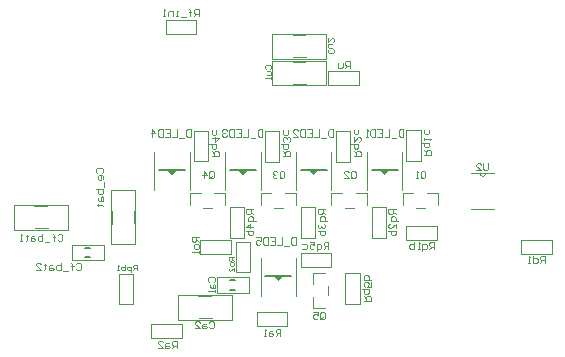
<source format=gbr>
%TF.GenerationSoftware,Altium Limited,Altium Designer,20.2.4 (192)*%
G04 Layer_Color=32896*
%FSLAX26Y26*%
%MOIN*%
%TF.SameCoordinates,588C5E66-93D0-4E9F-B3F3-82FDCAC5A583*%
%TF.FilePolarity,Positive*%
%TF.FileFunction,Legend,Bot*%
%TF.Part,Single*%
G01*
G75*
%TA.AperFunction,NonConductor*%
%ADD60C,0.003937*%
%ADD61C,0.002500*%
%ADD62C,0.003000*%
%ADD63C,0.005906*%
%ADD64C,0.005000*%
%ADD65C,0.004000*%
%ADD66C,0.003150*%
G36*
X616142Y641732D02*
X600394Y625984D01*
X584646Y641732D01*
X616142D01*
D02*
G37*
G36*
X852362D02*
X836614Y625984D01*
X820866Y641732D01*
X852362D01*
D02*
G37*
G36*
X970472Y287402D02*
X954724Y271654D01*
X938976Y287402D01*
X970472D01*
D02*
G37*
G36*
X1088583Y641732D02*
X1072835Y625984D01*
X1057087Y641732D01*
X1088583D01*
D02*
G37*
G36*
X1324803D02*
X1309055Y625984D01*
X1293307Y641732D01*
X1324803D01*
D02*
G37*
D60*
X1626526Y629921D02*
G03*
X1646309Y629921I9892J0D01*
G01*
X1598032Y509842D02*
X1674803D01*
X1598032Y629921D02*
X1674803D01*
X1138449Y1042983D02*
X1141729Y1039704D01*
Y1033144D01*
X1138449Y1029864D01*
X1125330D01*
X1122051Y1033144D01*
Y1039704D01*
X1125330Y1042983D01*
X1135170Y1049543D02*
X1125330D01*
X1122051Y1052823D01*
Y1062662D01*
X1135170D01*
X1122051Y1082341D02*
Y1069222D01*
X1135170Y1082341D01*
X1138449D01*
X1141729Y1079061D01*
Y1072501D01*
X1138449Y1069222D01*
X912732Y977359D02*
X909452Y980639D01*
Y987198D01*
X912732Y990478D01*
X925851D01*
X929130Y987198D01*
Y980639D01*
X925851Y977359D01*
X916011Y970799D02*
X925851D01*
X929130Y967519D01*
Y957680D01*
X916011D01*
X929130Y951121D02*
Y944561D01*
Y947841D01*
X909452D01*
X912732Y951121D01*
X482601Y306433D02*
Y326111D01*
X472761D01*
X469482Y322832D01*
Y316272D01*
X472761Y312992D01*
X482601D01*
X476041D02*
X469482Y306433D01*
X462922Y299873D02*
Y319552D01*
X453083D01*
X449803Y316272D01*
Y309712D01*
X453083Y306433D01*
X462922D01*
X443243Y326111D02*
Y306433D01*
X433404D01*
X430124Y309712D01*
Y312992D01*
Y316272D01*
X433404Y319552D01*
X443243D01*
X423565Y306433D02*
X417005D01*
X420285D01*
Y326111D01*
X423565Y322832D01*
X219470Y425194D02*
X223406Y429129D01*
X231278D01*
X235213Y425194D01*
Y409451D01*
X231278Y405515D01*
X223406D01*
X219470Y409451D01*
X207663Y405515D02*
Y425194D01*
Y417322D01*
X211599D01*
X203727D01*
X207663D01*
Y425194D01*
X203727Y429129D01*
X191920Y401579D02*
X176177D01*
X168306Y429129D02*
Y405515D01*
X156499D01*
X152563Y409451D01*
Y413387D01*
Y417322D01*
X156499Y421258D01*
X168306D01*
X140756D02*
X132884D01*
X128948Y417322D01*
Y405515D01*
X140756D01*
X144691Y409451D01*
X140756Y413387D01*
X128948D01*
X117141Y425194D02*
Y421258D01*
X121077D01*
X113206D01*
X117141D01*
Y409451D01*
X113206Y405515D01*
X101398D02*
X93527D01*
X97463D01*
Y429129D01*
X101398Y425194D01*
X1110236Y509842D02*
X1086622D01*
Y498035D01*
X1090558Y494100D01*
X1098429D01*
X1102365Y498035D01*
Y509842D01*
Y501971D02*
X1110236Y494100D01*
X1118108Y470485D02*
X1094493D01*
Y482292D01*
X1098429Y486228D01*
X1106301D01*
X1110236Y482292D01*
Y470485D01*
X1090558Y462614D02*
X1086622Y458678D01*
Y450807D01*
X1090558Y446871D01*
X1094493D01*
X1098429Y450807D01*
Y454742D01*
Y450807D01*
X1102365Y446871D01*
X1106301D01*
X1110236Y450807D01*
Y458678D01*
X1106301Y462614D01*
X1086622Y438999D02*
X1110236D01*
Y427192D01*
X1106301Y423256D01*
X1102365D01*
X1098429D01*
X1094493Y427192D01*
Y438999D01*
X688957Y1154531D02*
Y1178145D01*
X677150D01*
X673214Y1174209D01*
Y1166338D01*
X677150Y1162402D01*
X688957D01*
X681086D02*
X673214Y1154531D01*
X661407D02*
Y1174209D01*
Y1166338D01*
X665343D01*
X657471D01*
X661407D01*
Y1174209D01*
X657471Y1178145D01*
X645664Y1150595D02*
X629921D01*
X622050Y1154531D02*
X614178D01*
X618114D01*
Y1170274D01*
X622050D01*
X602371Y1154531D02*
Y1170274D01*
X590564D01*
X586628Y1166338D01*
Y1154531D01*
X578757D02*
X570885D01*
X574821D01*
Y1178145D01*
X578757Y1174209D01*
X961605Y88890D02*
Y112504D01*
X949798D01*
X945862Y108568D01*
Y100697D01*
X949798Y96761D01*
X961605D01*
X953734D02*
X945862Y88890D01*
X934055Y104633D02*
X926184D01*
X922248Y100697D01*
Y88890D01*
X934055D01*
X937991Y92825D01*
X934055Y96761D01*
X922248D01*
X914376Y88890D02*
X906505D01*
X910441D01*
Y112504D01*
X914376Y108568D01*
X1095471Y148625D02*
Y164368D01*
X1099407Y168303D01*
X1107278D01*
X1111214Y164368D01*
Y148625D01*
X1107278Y144689D01*
X1099407D01*
X1103343Y152560D02*
X1095471Y144689D01*
X1099407D02*
X1095471Y148625D01*
X1071857Y168303D02*
X1087600D01*
Y156496D01*
X1079728Y160432D01*
X1075793D01*
X1071857Y156496D01*
Y148625D01*
X1075793Y144689D01*
X1083664D01*
X1087600Y148625D01*
X725392Y618113D02*
Y633856D01*
X729328Y637792D01*
X737199D01*
X741135Y633856D01*
Y618113D01*
X737199Y614177D01*
X729328D01*
X733264Y622049D02*
X725392Y614177D01*
X729328D02*
X725392Y618113D01*
X705714Y614177D02*
Y637792D01*
X717521Y625984D01*
X701778D01*
X959582Y618113D02*
Y633856D01*
X963518Y637792D01*
X971390D01*
X975325Y633856D01*
Y618113D01*
X971390Y614177D01*
X963518D01*
X967454Y622049D02*
X959582Y614177D01*
X963518D02*
X959582Y618113D01*
X951711Y633856D02*
X947775Y637792D01*
X939904D01*
X935968Y633856D01*
Y629920D01*
X939904Y625984D01*
X943840D01*
X939904D01*
X935968Y622049D01*
Y618113D01*
X939904Y614177D01*
X947775D01*
X951711Y618113D01*
X1196849D02*
Y633856D01*
X1200785Y637792D01*
X1208656D01*
X1212592Y633856D01*
Y618113D01*
X1208656Y614177D01*
X1200785D01*
X1204720Y622049D02*
X1196849Y614177D01*
X1200785D02*
X1196849Y618113D01*
X1173235Y614177D02*
X1188978D01*
X1173235Y629920D01*
Y633856D01*
X1177170Y637792D01*
X1185042D01*
X1188978Y633856D01*
X1429134Y618113D02*
Y633856D01*
X1433070Y637792D01*
X1440941D01*
X1444877Y633856D01*
Y618113D01*
X1440941Y614177D01*
X1433070D01*
X1437005Y622049D02*
X1429134Y614177D01*
X1433070D02*
X1429134Y618113D01*
X1421262Y614177D02*
X1413391D01*
X1417327D01*
Y637792D01*
X1421262Y633856D01*
X280493Y327753D02*
X284428Y331688D01*
X292300D01*
X296236Y327753D01*
Y312010D01*
X292300Y308074D01*
X284428D01*
X280493Y312010D01*
X268685Y308074D02*
Y327753D01*
Y319881D01*
X272621D01*
X264750D01*
X268685D01*
Y327753D01*
X264750Y331688D01*
X252942Y304138D02*
X237200D01*
X229328Y331688D02*
Y308074D01*
X217521D01*
X213585Y312010D01*
Y315946D01*
Y319881D01*
X217521Y323817D01*
X229328D01*
X201778D02*
X193906D01*
X189971Y319881D01*
Y308074D01*
X201778D01*
X205714Y312010D01*
X201778Y315946D01*
X189971D01*
X178164Y327753D02*
Y323817D01*
X182099D01*
X174228D01*
X178164D01*
Y312010D01*
X174228Y308074D01*
X146678D02*
X162421D01*
X146678Y323817D01*
Y327753D01*
X150613Y331688D01*
X158485D01*
X162421Y327753D01*
X350397Y631875D02*
X346461Y635810D01*
Y643682D01*
X350397Y647617D01*
X366140D01*
X370075Y643682D01*
Y635810D01*
X366140Y631875D01*
X370075Y612196D02*
Y620067D01*
X366140Y624003D01*
X358268D01*
X354333Y620067D01*
Y612196D01*
X358268Y608260D01*
X362204D01*
Y624003D01*
X374011Y600389D02*
Y584646D01*
X346461Y576774D02*
X370075D01*
Y564967D01*
X366140Y561031D01*
X362204D01*
X358268D01*
X354333Y564967D01*
Y576774D01*
Y549224D02*
Y541353D01*
X358268Y537417D01*
X370075D01*
Y549224D01*
X366140Y553160D01*
X362204Y549224D01*
Y537417D01*
X350397Y525610D02*
X354333D01*
Y529545D01*
Y521674D01*
Y525610D01*
X366140D01*
X370075Y521674D01*
X724404Y132674D02*
X728340Y136610D01*
X736212D01*
X740147Y132674D01*
Y116932D01*
X736212Y112996D01*
X728340D01*
X724404Y116932D01*
X712597Y128739D02*
X704726D01*
X700790Y124803D01*
Y112996D01*
X712597D01*
X716533Y116932D01*
X712597Y120867D01*
X700790D01*
X677176Y112996D02*
X692918D01*
X677176Y128739D01*
Y132674D01*
X681111Y136610D01*
X688983D01*
X692918Y132674D01*
X725068Y269091D02*
X721460Y272699D01*
Y279914D01*
X725068Y283522D01*
X739499D01*
X743106Y279914D01*
Y272699D01*
X739499Y269091D01*
X728676Y258268D02*
Y251052D01*
X732283Y247444D01*
X743106D01*
Y258268D01*
X739499Y261875D01*
X735891Y258268D01*
Y247444D01*
X743106Y240229D02*
Y233013D01*
Y236621D01*
X721460D01*
X725068Y240229D01*
X1192913Y981299D02*
Y1004914D01*
X1181106D01*
X1177170Y1000978D01*
Y993106D01*
X1181106Y989171D01*
X1192913D01*
X1185042D02*
X1177170Y981299D01*
X1169299Y997042D02*
Y985235D01*
X1165363Y981299D01*
X1153556D01*
Y997042D01*
X1654528Y663378D02*
Y643699D01*
X1650592Y639764D01*
X1642720D01*
X1638785Y643699D01*
Y663378D01*
X1615170Y639764D02*
X1630913D01*
X1615170Y655507D01*
Y659442D01*
X1619106Y663378D01*
X1626977D01*
X1630913Y659442D01*
X1842520Y331901D02*
Y355515D01*
X1830713D01*
X1826777Y351580D01*
Y343708D01*
X1830713Y339773D01*
X1842520D01*
X1834648D02*
X1826777Y331901D01*
X1803162Y355515D02*
Y331901D01*
X1814970D01*
X1818905Y335837D01*
Y343708D01*
X1814970Y347644D01*
X1803162D01*
X1795291Y331901D02*
X1787419D01*
X1791355D01*
Y355515D01*
X1795291Y351580D01*
X1121984Y378445D02*
Y402059D01*
X1110177D01*
X1106241Y398123D01*
Y390252D01*
X1110177Y386316D01*
X1121984D01*
X1114112D02*
X1106241Y378445D01*
X1082626Y370573D02*
Y394188D01*
X1094434D01*
X1098369Y390252D01*
Y382380D01*
X1094434Y378445D01*
X1082626D01*
X1059012Y402059D02*
X1074755D01*
Y390252D01*
X1066883Y394188D01*
X1062948D01*
X1059012Y390252D01*
Y382380D01*
X1062948Y378445D01*
X1070819D01*
X1074755Y382380D01*
X1035398Y394188D02*
X1047205D01*
X1051140Y390252D01*
Y382380D01*
X1047205Y378445D01*
X1035398D01*
X732284Y687992D02*
X755898D01*
Y699799D01*
X751962Y703735D01*
X744091D01*
X740155Y699799D01*
Y687992D01*
Y695864D02*
X732284Y703735D01*
X724412Y727349D02*
X748026D01*
Y715542D01*
X744091Y711606D01*
X736219D01*
X732284Y715542D01*
Y727349D01*
Y747028D02*
X755898D01*
X744091Y735221D01*
Y750964D01*
X748026Y774578D02*
Y762771D01*
X744091Y758835D01*
X736219D01*
X732284Y762771D01*
Y774578D01*
X970472Y687992D02*
X994087D01*
Y699799D01*
X990151Y703735D01*
X982280D01*
X978344Y699799D01*
Y687992D01*
Y695864D02*
X970472Y703735D01*
X962601Y727349D02*
X986215D01*
Y715542D01*
X982280Y711606D01*
X974408D01*
X970472Y715542D01*
Y727349D01*
X990151Y735221D02*
X994087Y739157D01*
Y747028D01*
X990151Y750964D01*
X986215D01*
X982280Y747028D01*
Y743092D01*
Y747028D01*
X978344Y750964D01*
X974408D01*
X970472Y747028D01*
Y739157D01*
X974408Y735221D01*
X986215Y774578D02*
Y762771D01*
X982280Y758835D01*
X974408D01*
X970472Y762771D01*
Y774578D01*
X1205709Y688976D02*
X1229323D01*
Y700784D01*
X1225387Y704719D01*
X1217516D01*
X1213580Y700784D01*
Y688976D01*
Y696848D02*
X1205709Y704719D01*
X1197837Y728334D02*
X1221452D01*
Y716527D01*
X1217516Y712591D01*
X1209644D01*
X1205709Y716527D01*
Y728334D01*
Y751948D02*
Y736205D01*
X1221452Y751948D01*
X1225387D01*
X1229323Y748012D01*
Y740141D01*
X1225387Y736205D01*
X1221452Y775562D02*
Y763755D01*
X1217516Y759820D01*
X1209644D01*
X1205709Y763755D01*
Y775562D01*
X1440945Y692716D02*
X1464559D01*
Y704524D01*
X1460623Y708459D01*
X1452752D01*
X1448816Y704524D01*
Y692716D01*
Y700588D02*
X1440945Y708459D01*
X1433073Y732074D02*
X1456688D01*
Y720267D01*
X1452752Y716331D01*
X1444881D01*
X1440945Y720267D01*
Y732074D01*
Y739945D02*
Y747817D01*
Y743881D01*
X1464559D01*
X1460623Y739945D01*
X1456688Y775367D02*
Y763560D01*
X1452752Y759624D01*
X1444881D01*
X1440945Y763560D01*
Y775367D01*
X1240158Y204724D02*
X1263772D01*
Y216532D01*
X1259836Y220467D01*
X1251965D01*
X1248029Y216532D01*
Y204724D01*
Y212596D02*
X1240158Y220467D01*
X1232286Y244082D02*
X1255900D01*
Y232274D01*
X1251965Y228339D01*
X1244093D01*
X1240158Y232274D01*
Y244082D01*
X1263772Y267696D02*
Y251953D01*
X1251965D01*
X1255900Y259825D01*
Y263760D01*
X1251965Y267696D01*
X1244093D01*
X1240158Y263760D01*
Y255889D01*
X1244093Y251953D01*
X1263772Y275568D02*
X1240158D01*
Y287375D01*
X1244093Y291310D01*
X1248029D01*
X1251965D01*
X1255900Y287375D01*
Y275568D01*
X871063Y509842D02*
X847449D01*
Y498035D01*
X851384Y494100D01*
X859256D01*
X863192Y498035D01*
Y509842D01*
Y501971D02*
X871063Y494100D01*
X878934Y470485D02*
X855320D01*
Y482292D01*
X859256Y486228D01*
X867127D01*
X871063Y482292D01*
Y470485D01*
Y450807D02*
X847449D01*
X859256Y462614D01*
Y446871D01*
X847449Y438999D02*
X871063D01*
Y427192D01*
X867127Y423256D01*
X863192D01*
X859256D01*
X855320Y427192D01*
Y438999D01*
X1345669Y509842D02*
X1322055D01*
Y498035D01*
X1325991Y494100D01*
X1333862D01*
X1337798Y498035D01*
Y509842D01*
Y501971D02*
X1345669Y494100D01*
X1353541Y470485D02*
X1329926D01*
Y482292D01*
X1333862Y486228D01*
X1341734D01*
X1345669Y482292D01*
Y470485D01*
Y446871D02*
Y462614D01*
X1329926Y446871D01*
X1325991D01*
X1322055Y450807D01*
Y458678D01*
X1325991Y462614D01*
X1322055Y438999D02*
X1345669D01*
Y427192D01*
X1341734Y423256D01*
X1337798D01*
X1333862D01*
X1329926Y427192D01*
Y438999D01*
X1474454Y377953D02*
Y401567D01*
X1462647D01*
X1458711Y397631D01*
Y389760D01*
X1462647Y385824D01*
X1474454D01*
X1466582D02*
X1458711Y377953D01*
X1435097Y370081D02*
Y393696D01*
X1446904D01*
X1450840Y389760D01*
Y381888D01*
X1446904Y377953D01*
X1435097D01*
X1427225D02*
X1419354D01*
X1423290D01*
Y401567D01*
X1427225Y397631D01*
X1407547Y401567D02*
Y377953D01*
X1395739D01*
X1391804Y381888D01*
Y385824D01*
Y389760D01*
X1395739Y393696D01*
X1407547D01*
X616732Y48228D02*
Y71843D01*
X604925D01*
X600989Y67907D01*
Y60035D01*
X604925Y56100D01*
X616732D01*
X608861D02*
X600989Y48228D01*
X589182Y63971D02*
X581311D01*
X577375Y60035D01*
Y48228D01*
X589182D01*
X593118Y52164D01*
X589182Y56100D01*
X577375D01*
X553761Y48228D02*
X569504D01*
X553761Y63971D01*
Y67907D01*
X557696Y71843D01*
X565568D01*
X569504Y67907D01*
X689961Y418218D02*
X666346D01*
Y406411D01*
X670282Y402475D01*
X678153D01*
X682089Y406411D01*
Y418218D01*
Y410347D02*
X689961Y402475D01*
Y390668D02*
Y382797D01*
X686025Y378861D01*
X678153D01*
X674218Y382797D01*
Y390668D01*
X678153Y394604D01*
X686025D01*
X689961Y390668D01*
Y370989D02*
Y363118D01*
Y367054D01*
X666346D01*
X670282Y370989D01*
X1013779Y416331D02*
Y392716D01*
X1001972D01*
X998037Y396652D01*
Y412395D01*
X1001972Y416331D01*
X1013779D01*
X990165Y388781D02*
X974422D01*
X966551Y416331D02*
Y392716D01*
X950808D01*
X927193Y416331D02*
X942936D01*
Y392716D01*
X927193D01*
X942936Y404524D02*
X935065D01*
X919322Y416331D02*
Y392716D01*
X907515D01*
X903579Y396652D01*
Y412395D01*
X907515Y416331D01*
X919322D01*
X879965D02*
X895707D01*
Y404524D01*
X887836Y408459D01*
X883900D01*
X879965Y404524D01*
Y396652D01*
X883900Y392716D01*
X891772D01*
X895707Y396652D01*
X663386Y776449D02*
Y752835D01*
X651579D01*
X647643Y756770D01*
Y772513D01*
X651579Y776449D01*
X663386D01*
X639771Y748899D02*
X624029D01*
X616157Y776449D02*
Y752835D01*
X600414D01*
X576800Y776449D02*
X592543D01*
Y752835D01*
X576800D01*
X592543Y764642D02*
X584671D01*
X568928Y776449D02*
Y752835D01*
X557121D01*
X553185Y756770D01*
Y772513D01*
X557121Y776449D01*
X568928D01*
X533507Y752835D02*
Y776449D01*
X545314Y764642D01*
X529571D01*
X901575Y776449D02*
Y752835D01*
X889768D01*
X885832Y756770D01*
Y772513D01*
X889768Y776449D01*
X901575D01*
X877960Y748899D02*
X862217D01*
X854346Y776449D02*
Y752835D01*
X838603D01*
X814989Y776449D02*
X830732D01*
Y752835D01*
X814989D01*
X830732Y764642D02*
X822860D01*
X807117Y776449D02*
Y752835D01*
X795310D01*
X791374Y756770D01*
Y772513D01*
X795310Y776449D01*
X807117D01*
X783503Y772513D02*
X779567Y776449D01*
X771696D01*
X767760Y772513D01*
Y768577D01*
X771696Y764642D01*
X775631D01*
X771696D01*
X767760Y760706D01*
Y756770D01*
X771696Y752835D01*
X779567D01*
X783503Y756770D01*
X1137795Y776449D02*
Y752835D01*
X1125988D01*
X1122052Y756770D01*
Y772513D01*
X1125988Y776449D01*
X1137795D01*
X1114181Y748899D02*
X1098438D01*
X1090566Y776449D02*
Y752835D01*
X1074824D01*
X1051209Y776449D02*
X1066952D01*
Y752835D01*
X1051209D01*
X1066952Y764642D02*
X1059081D01*
X1043338Y776449D02*
Y752835D01*
X1031531D01*
X1027595Y756770D01*
Y772513D01*
X1031531Y776449D01*
X1043338D01*
X1003980Y752835D02*
X1019723D01*
X1003980Y768577D01*
Y772513D01*
X1007916Y776449D01*
X1015788D01*
X1019723Y772513D01*
X1372047Y776469D02*
Y752854D01*
X1360240D01*
X1356304Y756790D01*
Y772533D01*
X1360240Y776469D01*
X1372047D01*
X1348433Y748919D02*
X1332690D01*
X1324818Y776469D02*
Y752854D01*
X1309075D01*
X1285461Y776469D02*
X1301204D01*
Y752854D01*
X1285461D01*
X1301204Y764662D02*
X1293332D01*
X1277590Y776469D02*
Y752854D01*
X1265782D01*
X1261847Y756790D01*
Y772533D01*
X1265782Y776469D01*
X1277590D01*
X1253975Y752854D02*
X1246104D01*
X1250040D01*
Y776469D01*
X1253975Y772533D01*
D61*
X934419Y1012205D02*
X1115521D01*
Y1094882D01*
X934419D02*
X1115521D01*
X934419Y1012205D02*
Y1094882D01*
X1002332Y1090043D02*
X1044852D01*
X1004301Y1017043D02*
X1046821D01*
X934419Y923228D02*
X1115521D01*
Y1005906D01*
X934419D02*
X1115521D01*
X934419Y923228D02*
Y1005906D01*
X1002332Y1001067D02*
X1044852D01*
X1004301Y928067D02*
X1046821D01*
X619094Y224415D02*
X800197D01*
X619094Y141738D02*
Y224415D01*
Y141738D02*
X800197D01*
Y224415D01*
X689764Y146577D02*
X732283D01*
X687795Y219577D02*
X730315D01*
X142067Y520161D02*
X184587D01*
X144035Y447161D02*
X186555D01*
X254468Y442322D02*
Y525000D01*
X73366Y442322D02*
X254468D01*
X73366D02*
Y525000D01*
X254468D01*
X473508Y463583D02*
Y506102D01*
X400508Y461614D02*
Y504134D01*
X395669Y393701D02*
X478346D01*
X395669D02*
Y574803D01*
X478346D01*
Y393701D02*
Y574803D01*
D62*
X422976Y193006D02*
Y295368D01*
Y193006D02*
X470220D01*
Y295368D01*
X422976D02*
X470220D01*
X1250000Y574795D02*
Y700795D01*
X1368110Y574795D02*
Y700795D01*
X1013779Y574795D02*
Y700795D01*
X1131890Y574795D02*
Y700795D01*
X777559Y574795D02*
Y700795D01*
X895669Y574795D02*
Y700795D01*
X541339Y574795D02*
Y700795D01*
X659449Y574795D02*
Y700795D01*
X895669Y220465D02*
Y346465D01*
X1013779Y220465D02*
Y346465D01*
X750155Y232492D02*
Y283673D01*
X856454D01*
Y232492D02*
Y283673D01*
X750155Y232492D02*
X856454D01*
X882874Y120877D02*
X985236D01*
Y168121D01*
X882874D02*
X985236D01*
X882874Y120877D02*
Y168121D01*
X373032Y341535D02*
Y392716D01*
X266732Y341535D02*
X373032D01*
X266732D02*
Y392716D01*
X373032D01*
X579724Y1141732D02*
X682087D01*
X579724Y1094488D02*
Y1141732D01*
Y1094488D02*
X682087D01*
Y1141732D01*
X793307Y516732D02*
X840551D01*
Y414370D02*
Y516732D01*
X793307Y414370D02*
X840551D01*
X793307D02*
Y516732D01*
X695275Y360058D02*
X797638D01*
Y407303D01*
X695275D02*
X797638D01*
X695275Y360058D02*
Y407303D01*
X812992Y300169D02*
X860236D01*
X812992D02*
Y402531D01*
X860236D01*
Y300169D02*
Y402531D01*
X1031496Y516732D02*
X1078740D01*
Y414370D02*
Y516732D01*
X1031496Y414370D02*
X1078740D01*
X1031496D02*
Y516732D01*
X1120079Y970472D02*
X1222441D01*
X1120079Y923228D02*
Y970472D01*
Y923228D02*
X1222441D01*
Y970472D01*
X1763780Y408620D02*
X1866142D01*
X1763780Y361376D02*
Y408620D01*
Y361376D02*
X1866142D01*
Y408620D01*
X531102Y79910D02*
X633465D01*
Y127154D01*
X531102D02*
X633465D01*
X531102Y79910D02*
Y127154D01*
X1482283Y407480D02*
Y454724D01*
X1379921Y407480D02*
X1482283D01*
X1379921D02*
Y454724D01*
X1482283D01*
X1267717Y414370D02*
Y516732D01*
Y414370D02*
X1314961D01*
Y516732D01*
X1267717D02*
X1314961D01*
X1178543Y297267D02*
X1225787D01*
Y194904D02*
Y297267D01*
X1178543Y194904D02*
X1225787D01*
X1178543D02*
Y297267D01*
X1429134Y672244D02*
Y774606D01*
X1381890D02*
X1429134D01*
X1381890Y672244D02*
Y774606D01*
Y672244D02*
X1429134D01*
X1147638Y669291D02*
X1194882D01*
X1147638D02*
Y771654D01*
X1194882D01*
Y669291D02*
Y771654D01*
X957677Y669291D02*
Y771654D01*
X910433D02*
X957677D01*
X910433Y669291D02*
Y771654D01*
Y669291D02*
X957677D01*
X674213Y670276D02*
X721457D01*
X674213D02*
Y772638D01*
X721457D01*
Y670276D02*
Y772638D01*
X1028937Y318898D02*
X1131299D01*
Y366142D01*
X1028937D02*
X1131299D01*
X1028937Y318898D02*
Y366142D01*
D63*
X1265748Y641732D02*
X1352362D01*
X1029527D02*
X1116142D01*
X793307D02*
X879921D01*
X557087D02*
X643701D01*
X911417Y287402D02*
X998032D01*
D64*
X794446Y242335D02*
X812163D01*
X794446Y273831D02*
X812163D01*
X311024Y382874D02*
X328740D01*
X311024Y351378D02*
X328740D01*
D65*
X1068898Y181032D02*
X1110236D01*
X1068898D02*
Y217450D01*
X1120079Y225323D02*
Y254851D01*
X1068898Y299142D02*
X1110236D01*
X1068898Y262725D02*
Y299142D01*
X1368898Y524606D02*
Y565945D01*
X1405315D01*
X1413189Y514764D02*
X1442717D01*
X1487008Y524606D02*
Y565945D01*
X1450591D02*
X1487008D01*
X1131890Y524606D02*
Y565945D01*
X1168307D01*
X1176181Y514764D02*
X1205709D01*
X1250000Y524606D02*
Y565945D01*
X1213583D02*
X1250000D01*
X895669Y524606D02*
Y565945D01*
X932087D01*
X939961Y514764D02*
X969488D01*
X1013779Y524606D02*
Y565945D01*
X977362D02*
X1013779D01*
X659646Y524606D02*
Y565945D01*
X696063D01*
X703937Y514764D02*
X733465D01*
X777756Y524606D02*
Y565945D01*
X741339D02*
X777756D01*
D66*
X807087Y350886D02*
X789376D01*
Y342030D01*
X792328Y339079D01*
X798231D01*
X801183Y342030D01*
Y350886D01*
Y344982D02*
X807087Y339079D01*
Y330223D02*
Y324320D01*
X804135Y321368D01*
X798231D01*
X795279Y324320D01*
Y330223D01*
X798231Y333175D01*
X804135D01*
X807087Y330223D01*
Y303657D02*
Y315464D01*
X795279Y303657D01*
X792328D01*
X789376Y306609D01*
Y312512D01*
X792328Y315464D01*
%TF.MD5,9c115802eb7596e0b9f930735e963a97*%
M02*

</source>
